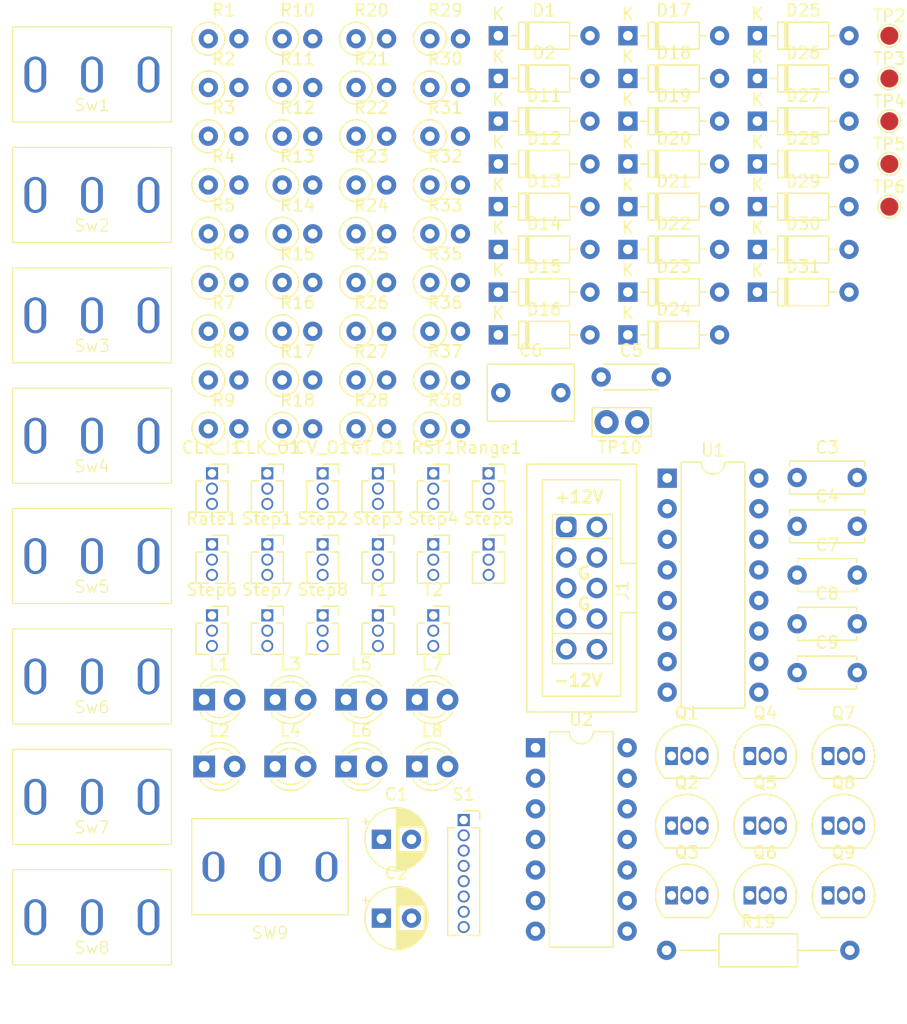
<source format=kicad_pcb>
(kicad_pcb (version 20221018) (generator pcbnew)
  (layers (0 "F.Cu" signal) (31 "B.Cu" signal) (34 "B.Paste" user) (35 "F.Paste" user) (36 "B.SilkS" user "B.Silkscreen") (37 "F.SilkS" user "F.Silkscreen") (38 "B.Mask" user) (39 "F.Mask" user) (44 "Edge.Cuts" user))
  (net 0 "")
  (net 1 "Earth")
  (net 2 "-12V")
  (net 3 "+12V")
  (net 4 "Net-(RST1-T)")
  (net 5 "Net-(D20-A)")
  (net 6 "Net-(U2A--)")
  (net 7 "Net-(CLK_I1-TN)")
  (net 8 "Net-(CLK_I1-T)")
  (net 9 "Net-(CLK_O1-T)")
  (net 11 "Net-(CV_O1-T)")
  (net 12 "/-12IN")
  (net 13 "Net-(D1-A)")
  (net 14 "Net-(D2-K)")
  (net 15 "/+12IN")
  (net 16 "Steps_CV_Out")
  (net 17 "Net-(D11-A)")
  (net 18 "Net-(D12-A)")
  (net 19 "Net-(D13-A)")
  (net 20 "Net-(D14-A)")
  (net 21 "Net-(D15-A)")
  (net 22 "Net-(D16-A)")
  (net 23 "Net-(D17-A)")
  (net 24 "Net-(D18-A)")
  (net 25 "Reset")
  (net 26 "Net-(D19-A)")
  (net 27 "Net-(D21-K)")
  (net 28 "Steps_Trig_Out")
  (net 29 "Net-(D22-A)")
  (net 30 "Net-(D23-A)")
  (net 31 "Net-(D24-A)")
  (net 32 "Net-(D25-A)")
  (net 33 "Net-(D26-A)")
  (net 34 "Net-(D27-A)")
  (net 35 "Net-(D28-A)")
  (net 36 "Net-(D29-A)")
  (net 37 "Clock")
  (net 38 "Net-(D30-A)")
  (net 39 "Net-(D31-K)")
  (net 40 "Net-(D31-A)")
  (net 41 "Net-(GT_O1-T)")
  (net 42 "Net-(L1-K)")
  (net 43 "Net-(L1-A)")
  (net 44 "Net-(L2-K)")
  (net 45 "Net-(L2-A)")
  (net 46 "Net-(L3-K)")
  (net 47 "Net-(L3-A)")
  (net 48 "Net-(L4-K)")
  (net 49 "Net-(L4-A)")
  (net 50 "Net-(L5-K)")
  (net 51 "Net-(L5-A)")
  (net 52 "Net-(L6-K)")
  (net 53 "Net-(L6-A)")
  (net 54 "Net-(L7-K)")
  (net 55 "Net-(L7-A)")
  (net 56 "Net-(L8-K)")
  (net 57 "Net-(L8-A)")
  (net 58 "Net-(Q1-B)")
  (net 59 "Net-(Q2-B)")
  (net 60 "Net-(Q3-B)")
  (net 61 "Net-(Q4-B)")
  (net 62 "Net-(Q5-B)")
  (net 63 "Net-(Q6-B)")
  (net 64 "Net-(Q7-B)")
  (net 65 "Net-(Q8-B)")
  (net 66 "Net-(Q9-E)")
  (net 67 "Step1")
  (net 68 "Step2")
  (net 69 "Step3")
  (net 70 "Step4")
  (net 71 "Step5")
  (net 72 "Step6")
  (net 73 "Step7")
  (net 74 "Step8")
  (net 75 "Net-(R19-Pad2)")
  (net 76 "Net-(U2D--)")
  (net 77 "Net-(U2A-+)")
  (net 78 "Net-(R25-Pad2)")
  (net 79 "Net-(U2C--)")
  (net 80 "Net-(SW9-C)")
  (net 81 "Net-(SW9-B)")
  (net 82 "Net-(R38-Pad2)")
  (net 83 "Net-(Range1-Pad1)")
  (net 84 "Net-(U2D-+)")
  (net 85 "Net-(Range1-Pad3)")
  (net 86 "Step9")
  (footprint "Diode_THT:D_DO-35_SOD27_P7.62mm_Horizontal" (layer "F.Cu") (at 102.165 49.47)
    (fp_text reference "D31" (at 3.81 -2.12) (layer "F.SilkS"))
    (fp_text value "1N4148")
    (fp_text user "K" (at 0 -1.8) (layer "F.SilkS"))
    (pad "1" thru_hole rect (at 0 0) (size 1.6 1.6) (drill 0.8) (layers "*.Cu" "*.Mask") (net 39 "Net-(D31-K)"))
    (pad "2" thru_hole oval (at 7.62 0) (size 1.6 1.6) (drill 0.8) (layers "*.Cu" "*.Mask") (net 40 "Net-(D31-A)"))
  )
  (footprint "Diode_THT:D_DO-35_SOD27_P7.62mm_Horizontal" (layer "F.Cu") (at 91.395 28.17)
    (fp_text reference "D17" (at 3.81 -2.12) (layer "F.SilkS"))
    (fp_text value "1N4148")
    (fp_text user "K" (at 0 -1.8) (layer "F.SilkS"))
    (pad "1" thru_hole rect (at 0 0) (size 1.6 1.6) (drill 0.8) (layers "*.Cu" "*.Mask") (net 16 "Steps_CV_Out"))
    (pad "2" thru_hole oval (at 7.62 0) (size 1.6 1.6) (drill 0.8) (layers "*.Cu" "*.Mask") (net 23 "Net-(D17-A)"))
  )
  (footprint "Diode_THT:D_DO-35_SOD27_P7.62mm_Horizontal" (layer "F.Cu") (at 91.395 53.02)
    (fp_text reference "D24" (at 3.81 -2.12) (layer "F.SilkS"))
    (fp_text value "1N4148")
    (fp_text user "K" (at 0 -1.8) (layer "F.SilkS"))
    (pad "1" thru_hole rect (at 0 0) (size 1.6 1.6) (drill 0.8) (layers "*.Cu" "*.Mask") (net 28 "Steps_Trig_Out"))
    (pad "2" thru_hole oval (at 7.62 0) (size 1.6 1.6) (drill 0.8) (layers "*.Cu" "*.Mask") (net 31 "Net-(D24-A)"))
  )
  (footprint "Diode_THT:D_DO-35_SOD27_P7.62mm_Horizontal" (layer "F.Cu") (at 80.625 31.72)
    (fp_text reference "D2" (at 3.81 -2.12) (layer "F.SilkS"))
    (fp_text value "1N5819")
    (fp_text user "K" (at 0 -1.8) (layer "F.SilkS"))
    (pad "1" thru_hole rect (at 0 0) (size 1.6 1.6) (drill 0.8) (layers "*.Cu" "*.Mask") (net 14 "Net-(D2-K)"))
    (pad "2" thru_hole oval (at 7.62 0) (size 1.6 1.6) (drill 0.8) (layers "*.Cu" "*.Mask") (net 15 "/+12IN"))
  )
  (footprint "Connector_PinSocket_1.27mm:PinSocket_1x03_P1.27mm_Vertical" (layer "F.Cu") (at 75.215 64.52)
    (fp_text reference "RST1" (at 0 -2.135) (layer "F.SilkS"))
    (fp_text value "3.5 Mono")
    (pad "1" thru_hole rect (at 0 0) (size 1 1) (drill 0.7) (layers "*.Cu" "*.Mask") (net 1 "Earth"))
    (pad "2" thru_hole oval (at 0 1.27) (size 1 1) (drill 0.7) (layers "*.Cu" "*.Mask") (net 1 "Earth"))
    (pad "3" thru_hole oval (at 0 2.54) (size 1 1) (drill 0.7) (layers "*.Cu" "*.Mask") (net 4 "Net-(RST1-T)"))
  )
  (footprint "TestPoint:TestPoint_Pad_D1.5mm" (layer "F.Cu") (at 113.135 35.27)
    (fp_text reference "TP4" (at 0 -1.648) (layer "F.SilkS"))
    (fp_text value "E")
    (pad "1" smd circle (at 0 0) (size 1.5 1.5) (layers "F.Cu" "F.Mask") (net 37 "Clock"))
  )
  (footprint "Resistor_THT:R_Axial_DIN0207_L6.3mm_D2.5mm_P2.54mm_Vertical" (layer "F.Cu") (at 68.795 56.77)
    (fp_text reference "R27" (at 1.27 -2.37) (layer "F.SilkS"))
    (fp_text value "100K")
    (pad "1" thru_hole circle (at 0 0) (size 1.6 1.6) (drill 0.8) (layers "*.Cu" "*.Mask") (net 28 "Steps_Trig_Out"))
    (pad "2" thru_hole oval (at 2.54 0) (size 1.6 1.6) (drill 0.8) (layers "*.Cu" "*.Mask") (net 38 "Net-(D30-A)"))
  )
  (footprint "Connector_PinSocket_1.27mm:PinSocket_1x03_P1.27mm_Vertical" (layer "F.Cu") (at 79.815 70.42)
    (fp_text reference "Step5" (at 0 -2.135) (layer "F.SilkS"))
    (fp_text value "100K")
    (pad "1" thru_hole rect (at 0 0) (size 1 1) (drill 0.7) (layers "*.Cu" "*.Mask") (net 71 "Step5"))
    (pad "2" thru_hole oval (at 0 1.27) (size 1 1) (drill 0.7) (layers "*.Cu" "*.Mask") (net 21 "Net-(D15-A)"))
    (pad "3" thru_hole oval (at 0 2.54) (size 1 1) (drill 0.7) (layers "*.Cu" "*.Mask") (net 1 "Earth"))
  )
  (footprint "Package_TO_SOT_THT:TO-92_Inline" (layer "F.Cu") (at 95.025 99.58)
    (fp_text reference "Q3" (at 1.27 -3.56) (layer "F.SilkS"))
    (fp_text value "2N3904")
    (pad "1" thru_hole rect (at 0 0) (size 1.05 1.5) (drill 0.75) (layers "*.Cu" "*.Mask") (net 1 "Earth"))
    (pad "2" thru_hole oval (at 1.27 0) (size 1.05 1.5) (drill 0.75) (layers "*.Cu" "*.Mask") (net 60 "Net-(Q3-B)"))
    (pad "3" thru_hole oval (at 2.54 0) (size 1.05 1.5) (drill 0.75) (layers "*.Cu" "*.Mask") (net 46 "Net-(L3-K)"))
  )
  (footprint "Resistor_THT:R_Axial_DIN0207_L6.3mm_D2.5mm_P2.54mm_Vertical" (layer "F.Cu") (at 74.935 40.57)
    (fp_text reference "R32" (at 1.27 -2.37) (layer "F.SilkS"))
    (fp_text value "47K")
    (pad "1" thru_hole circle (at 0 0) (size 1.6 1.6) (drill 0.8) (layers "*.Cu" "*.Mask") (net 1 "Earth"))
    (pad "2" thru_hole oval (at 2.54 0) (size 1.6 1.6) (drill 0.8) (layers "*.Cu" "*.Mask") (net 66 "Net-(Q9-E)"))
  )
  (footprint "Resistor_THT:R_Axial_DIN0207_L6.3mm_D2.5mm_P2.54mm_Vertical" (layer "F.Cu") (at 62.655 44.62)
    (fp_text reference "R14" (at 1.27 -2.37) (layer "F.SilkS"))
    (fp_text value "1K")
    (pad "1" thru_hole circle (at 0 0) (size 1.6 1.6) (drill 0.8) (layers "*.Cu" "*.Mask") (net 3 "+12V"))
    (pad "2" thru_hole oval (at 2.54 0) (size 1.6 1.6) (drill 0.8) (layers "*.Cu" "*.Mask") (net 57 "Net-(L8-A)"))
  )
  (footprint "LED_THT:LED_D3.0mm" (layer "F.Cu") (at 73.865 88.87)
    (fp_text reference "L8" (at 1.27 -2.96) (layer "F.SilkS"))
    (fp_text value "LED")
    (pad "1" thru_hole rect (at 0 0) (size 1.8 1.8) (drill 0.9) (layers "*.Cu" "*.Mask") (net 56 "Net-(L8-K)"))
    (pad "2" thru_hole circle (at 2.54 0) (size 1.8 1.8) (drill 0.9) (layers "*.Cu" "*.Mask") (net 57 "Net-(L8-A)"))
  )
  (footprint "My_Library:SPDT ON-ON sw" (layer "F.Cu") (at 46.84 91.395)
    (fp_text reference "Sw7" (at 0 2.54 unlocked) (layer "F.SilkS") (effects (font (thickness 0.1))))
    (fp_text value "SP,DT")
    (pad "1" thru_hole oval (at -4.711275 -0.000725) (size 1.8 3) (drill oval 1 2.5) (layers "*.Cu" "*.Mask") (net 30 "Net-(D23-A)"))
    (pad "2" thru_hole oval (at 0 0) (size 1.8 3) (drill oval 1 2.5) (layers "*.Cu" "*.Mask") (net 73 "Step7"))
    (pad "3" thru_hole oval (at 4.701666 0.00006) (size 1.8 3) (drill oval 1 2.5) (layers "*.Cu" "*.Mask") (net 1 "Earth"))
  )
  (footprint "Resistor_THT:R_Axial_DIN0207_L6.3mm_D2.5mm_P2.54mm_Vertical" (layer "F.Cu") (at 62.655 36.52)
    (fp_text reference "R12" (at 1.27 -2.37) (layer "F.SilkS"))
    (fp_text value "1K")
    (pad "1" thru_hole circle (at 0 0) (size 1.6 1.6) (drill 0.8) (layers "*.Cu" "*.Mask") (net 3 "+12V"))
    (pad "2" thru_hole oval (at 2.54 0) (size 1.6 1.6) (drill 0.8) (layers "*.Cu" "*.Mask") (net 53 "Net-(L6-A)"))
  )
  (footprint "Capacitor_THT:C_Rect_L7.0mm_W4.5mm_P5.00mm" (layer "F.Cu") (at 80.825 57.82)
    (fp_text reference "C6" (at 2.5 -3.5) (layer "F.SilkS"))
    (fp_text value "1uF")
    (pad "1" thru_hole circle (at 0 0) (size 1.6 1.6) (drill 0.8) (layers "*.Cu" "*.Mask") (net 1 "Earth"))
    (pad "2" thru_hole circle (at 5 0) (size 1.6 1.6) (drill 0.8) (layers "*.Cu" "*.Mask") (net 6 "Net-(U2A--)"))
  )
  (footprint "Connector_PinSocket_1.27mm:PinSocket_1x03_P1.27mm_Vertical" (layer "F.Cu") (at 70.615 64.52)
    (fp_text reference "GT_O1" (at 0 -2.135) (layer "F.SilkS"))
    (fp_text value "3.5 Mono")
    (pad "1" thru_hole rect (at 0 0) (size 1 1) (drill 0.7) (layers "*.Cu" "*.Mask") (net 1 "Earth"))
    (pad "2" thru_hole oval (at 0 1.27) (size 1 1) (drill 0.7) (layers "*.Cu" "*.Mask") (net 1 "Earth"))
    (pad "3" thru_hole oval (at 0 2.54) (size 1 1) (drill 0.7) (layers "*.Cu" "*.Mask") (net 41 "Net-(GT_O1-T)"))
  )
  (footprint "Connector_PinSocket_1.27mm:PinSocket_1x03_P1.27mm_Vertical" (layer "F.Cu") (at 75.215 70.42)
    (fp_text reference "Step4" (at 0 -2.135) (layer "F.SilkS"))
    (fp_text value "100K")
    (pad "1" thru_hole rect (at 0 0) (size 1 1) (drill 0.7) (layers "*.Cu" "*.Mask") (net 70 "Step4"))
    (pad "2" thru_hole oval (at 0 1.27) (size 1 1) (drill 0.7) (layers "*.Cu" "*.Mask") (net 20 "Net-(D14-A)"))
    (pad "3" thru_hole oval (at 0 2.54) (size 1 1) (drill 0.7) (layers "*.Cu" "*.Mask") (net 1 "Earth"))
  )
  (footprint "Resistor_THT:R_Axial_DIN0207_L6.3mm_D2.5mm_P2.54mm_Vertical" (layer "F.Cu") (at 74.935 44.62)
    (fp_text reference "R33" (at 1.27 -2.37) (layer "F.SilkS"))
    (fp_text value "1K")
    (pad "1" thru_hole circle (at 0 0) (size 1.6 1.6) (drill 0.8) (layers "*.Cu" "*.Mask") (net 37 "Clock"))
    (pad "2" thru_hole oval (at 2.54 0) (size 1.6 1.6) (drill 0.8) (layers "*.Cu" "*.Mask") (net 9 "Net-(CLK_O1-T)"))
  )
  (footprint "Resistor_THT:R_Axial_DIN0207_L6.3mm_D2.5mm_P2.54mm_Vertical" (layer "F.Cu") (at 56.515 52.72)
    (fp_text reference "R7" (at 1.27 -2.37) (layer "F.SilkS"))
    (fp_text value "1K")
    (pad "1" thru_hole circle (at 0 0) (size 1.6 1.6) (drill 0.8) (layers "*.Cu" "*.Mask") (net 3 "+12V"))
    (pad "2" thru_hole oval (at 2.54 0) (size 1.6 1.6) (drill 0.8) (layers "*.Cu" "*.Mask") (net 47 "Net-(L3-A)"))
  )
  (footprint "Resistor_THT:R_Axial_DIN0207_L6.3mm_D2.5mm_P2.54mm_Vertical" (layer "F.Cu") (at 68.795 32.47)
    (fp_text reference "R21" (at 1.27 -2.37) (layer "F.SilkS"))
    (fp_text value "100K")
    (pad "1" thru_hole circle (at 0 0) (size 1.6 1.6) (drill 0.8) (layers "*.Cu" "*.Mask") (net 1 "Earth"))
    (pad "2" thru_hole oval (at 2.54 0) (size 1.6 1.6) (drill 0.8) (layers "*.Cu" "*.Mask") (net 25 "Reset"))
  )
  (footprint "Diode_THT:D_DO-35_SOD27_P7.62mm_Horizontal" (layer "F.Cu") (at 102.165 28.17)
    (fp_text reference "D25" (at 3.81 -2.12) (layer "F.SilkS"))
    (fp_text value "1N4148")
    (fp_text user "K" (at 0 -1.8) (layer "F.SilkS"))
    (pad "1" thru_hole rect (at 0 0) (size 1.6 1.6) (drill 0.8) (layers "*.Cu" "*.Mask") (net 28 "Steps_Trig_Out"))
    (pad "2" thru_hole oval (at 7.62 0) (size 1.6 1.6) (drill 0.8) (layers "*.Cu" "*.Mask") (net 32 "Net-(D25-A)"))
  )
  (footprint "Connector_PinSocket_1.27mm:PinSocket_1x03_P1.27mm_Vertical" (layer "F.Cu") (at 70.615 76.32)
    (fp_text reference "T1" (at 0 -2.135) (layer "F.SilkS"))
    (fp_text value "10K")
    (pad "1" thru_hole rect (at 0 0) (size 1 1) (drill 0.7) (layers "*.Cu" "*.Mask") (net 75 "Net-(R19-Pad2)"))
    (pad "2" thru_hole oval (at 0 1.27) (size 1 1) (drill 0.7) (layers "*.Cu" "*.Mask") (net 83 "Net-(Range1-Pad1)"))
    (pad "3" thru_hole oval (at 0 2.54) (size 1 1) (drill 0.7) (layers "*.Cu" "*.Mask"))
  )
  (footprint "Connector_PinSocket_1.27mm:PinSocket_1x03_P1.27mm_Vertical" (layer "F.Cu") (at 79.815 64.52)
    (fp_text reference "Range1" (at 0 -2.135) (layer "F.SilkS"))
    (fp_text value "20K")
    (pad "1" thru_hole rect (at 0 0) (size 1 1) (drill 0.7) (layers "*.Cu" "*.Mask") (net 83 "Net-(Range1-Pad1)"))
    (pad "2" thru_hole oval (at 0 1.27) (size 1 1) (drill 0.7) (layers "*.Cu" "*.Mask") (net 84 "Net-(U2D-+)"))
    (pad "3" thru_hole oval (at 0 2.54) (size 1 1) (drill 0.7) (layers "*.Cu" "*.Mask") (net 85 "Net-(Range1-Pad3)"))
  )
  (footprint "Connector_PinSocket_1.27mm:PinSocket_1x03_P1.27mm_Vertical" (layer "F.Cu") (at 56.815 76.32)
    (fp_text reference "Step6" (at 0 -2.135) (layer "F.SilkS"))
    (fp_text value "100K")
    (pad "1" thru_hole rect (at 0 0) (size 1 1) (drill 0.7) (layers "*.Cu" "*.Mask") (net 72 "Step6"))
    (pad "2" thru_hole oval (at 0 1.27) (size 1 1) (drill 0.7) (layers "*.Cu" "*.Mask") (net 22 "Net-(D16-A)"))
    (pad "3" thru_hole oval (at 0 2.54) (size 1 1) (drill 0.7) (layers "*.Cu" "*.Mask") (net 1 "Earth"))
  )
  (footprint "Diode_THT:D_DO-35_SOD27_P7.62mm_Horizontal" (layer "F.Cu") (at 80.625 28.17)
    (fp_text reference "D1" (at 3.81 -2.12) (layer "F.SilkS"))
    (fp_text value "1N5819")
    (fp_text user "K" (at 0 -1.8) (layer "F.SilkS"))
    (pad "1" thru_hole rect (at 0 0) (size 1.6 1.6) (drill 0.8) (layers "*.Cu" "*.Mask") (net 12 "/-12IN"))
    (pad "2" thru_hole oval (at 7.62 0) (size 1.6 1.6) (drill 0.8) (layers "*.Cu" "*.Mask") (net 13 "Net-(D1-A)"))
  )
  (footprint "Connector_PinSocket_1.27mm:PinSocket_1x03_P1.27mm_Vertical" (layer "F.Cu") (at 56.815 64.52)
    (fp_text reference "CLK_I1" (at 0 -2.135) (layer "F.SilkS"))
    (fp_text value "3.5 Mono")
    (pad "1" thru_hole rect (at 0 0) (size 1 1) (drill 0.7) (layers "*.Cu" "*.Mask") (net 1 "Earth"))
    (pad "2" thru_hole oval (at 0 1.27) (size 1 1) (drill 0.7) (layers "*.Cu" "*.Mask") (net 7 "Net-(CLK_I1-TN)"))
    (pad "3" thru_hole oval (at 0 2.54) (size 1 1) (drill 0.7) (layers "*.Cu" "*.Mask") (net 8 "Net-(CLK_I1-T)"))
  )
  (footprint "Resistor_THT:R_Axial_DIN0207_L6.3mm_D2.5mm_P2.54mm_Vertical" (layer "F.Cu") (at 68.795 28.42)
    (fp_text reference "R20" (at 1.27 -2.37) (layer "F.SilkS"))
    (fp_text value "1K")
    (pad "1" thru_hole circle (at 0 0) (size 1.6 1.6) (drill 0.8) (layers "*.Cu" "*.Mask") (net 76 "Net-(U2D--)"))
    (pad "2" thru_hole oval (at 2.54 0) (size 1.6 1.6) (drill 0.8) (layers "*.Cu" "*.Mask") (net 11 "Net-(CV_O1-T)"))
  )
  (footprint "Diode_THT:D_DO-35_SOD27_P7.62mm_Horizontal" (layer "F.Cu") (at 80.625 53.02)
    (fp_text reference "D16" (at 3.81 -2.12) (layer "F.SilkS"))
    (fp_text value "1N4148")
    (fp_text user "K" (at 0 -1.8) (layer "F.SilkS"))
    (pad "1" thru_hole rect (at 0 0) (size 1.6 1.6) (drill 0.8) (layers "*.Cu" "*.Mask") (net 16 "Steps_CV_Out"))
    (pad "2" thru_hole oval (at 7.62 0) (size 1.6 1.6) (drill 0.8) (layers "*.Cu" "*.Mask") (net 22 "Net-(D16-A)"))
  )
  (footprint "TestPoint:TestPoint_Pad_D1.5mm" (layer "F.Cu") (at 113.135 38.82)
    (fp_text reference "TP5" (at 0 -1.648) (layer "F.SilkS"))
    (fp_text value "D")
    (pad "1" smd circle (at 0 0) (size 1.5 1.5) (layers "F.Cu" "F.Mask") (net 6 "Net-(U2A--)"))
  )
  (footprint "Resistor_THT:R_Axial_DIN0207_L6.3mm_D2.5mm_P2.54mm_Vertical" (layer "F.Cu") (at 62.655 32.47)
    (fp_text reference "R11" (at 1.27 -2.37) (layer "F.SilkS"))
    (fp_text value "1K")
    (pad "1" thru_hole circle (at 0 0) (size 1.6 1.6) (drill 0.8) (layers "*.Cu" "*.Mask") (net 3 "+12V"))
    (pad "2" thru_hole oval (at 2.54 0) (size 1.6 1.6) (drill 0.8) (layers "*.Cu" "*.Mask") (net 51 "Net-(L5-A)"))
  )
  (footprint "My_Library:SPDT ON-ON sw" (layer "F.Cu") (at 46.84 101.395)
    (fp_text reference "Sw8" (at 0 2.54 unlocked) (layer "F.SilkS") (effects (font (thickness 0.1))))
    (fp_text value "SP,DT")
    (pad "1" thru_hole oval (at -4.711275 -0.000725) (size 1.8 3) (drill oval 1 2.5) (layers "*.Cu" "*.Mask") (net 29 "Net-(D22-A)"))
    (pad "2" thru_hole oval (at 0 0) (size 1.8 3) (drill oval 1 2.5) (layers "*.Cu" "*.Mask") (net 74 "Step8"))
    (pad "3" thru_hole oval (at 4.701666 0.00006) (size 1.8 3) (drill oval 1 2.5) (layers "*.Cu" "*.Mask") (net 1 "Earth"))
  )
  (footprint "Resistor_THT:R_Axial_DIN0207_L6.3mm_D2.5mm_P2.54mm_Vertical" (layer "F.Cu") (at 56.515 28.42)
    (fp_text reference "R1" (at 1.27 -2.37) (layer "F.SilkS"))
    (fp_text value "10R")
    (pad "1" thru_hole circle (at 0 0) (size 1.6 1.6) (drill 0.8) (layers "*.Cu" "*.Mask") (net 13 "Net-(D1-A)"))
    (pad "2" thru_hole oval (at 2.54 0) (size 1.6 1.6) (drill 0.8) (layers "*.Cu" "*.Mask") (net 2 "-12V"))
  )
  (footprint "My_Library:SPDT ON-ON sw" (layer "F.Cu") (at 46.84 31.395)
    (fp_text reference "Sw1" (at 0 2.54 unlocked) (layer "F.SilkS") (effects (font (thickness 0.1))))
    (fp_text value "SP,DT")
    (pad "1" thru_hole oval (at -4.711275 -0.000725) (size 1.8 3) (drill oval 1 2.5) (layers "*.Cu" "*.Mask") (net 36 "Net-(D29-A)"))
    (pad "2" thru_hole oval (at 0 0) (size 1.8 3) (drill oval 1 2.5) (layers "*.Cu" "*.Mask") (net 67 "Step1"))
    (pad "3" thru_hole oval (at 4.701666 0.00006) (size 1.8 3) (drill oval 1 2.5) (layers "*.Cu" "*.Mask") (net 1 "Earth"))
  )
  (footprint "Resistor_THT:R_Axial_DIN0207_L6.3mm_D2.5mm_P2.54mm_Vertical" (layer "F.Cu") (at 56.515 32.47)
    (fp_text reference "R2" (at 1.27 -2.37) (layer "F.SilkS"))
    (fp_text value "10R")
    (pad "1" thru_hole circle (at 0 0) (size 1.6 1.6) (drill 0.8) (layers "*.Cu" "*.Mask") (net 14 "Net-(D2-K)"))
    (pad "2" thru_hole oval (at 2.54 0) (size 1.6 1.6) (drill 0.8) (layers "*.Cu" "*.Mask") (net 3 "+12V"))
  )
  (footprint "My_Library:SPDT ON-ON sw" (layer "F.Cu") (at 46.84 61.395)
    (fp_text reference "Sw4" (at 0 2.54 unlocked) (layer "F.SilkS") (effects (font (thickness 0.1))))
    (fp_text value "SP,DT")
    (pad "1" thru_hole oval (at -4.711275 -0.000725) (size 1.8 3) (drill oval 1 2.5) (layers "*.Cu" "*.Mask") (net 33 "Net-(D26-A)"))
    (pad "2" thru_hole oval (at 0 0) (size 1.8 3) (drill oval 1 2.5) (layers "*.Cu" "*.Mask") (net 70 "Step4"))
    (pad "3" thru_hole oval (at 4.701666 0.00006) (size 1.8 3) (drill oval 1 2.5) (layers "*.Cu" "*.Mask") (net 1 "Earth"))
  )
  (footprint "Resistor_THT:R_Axial_DIN0207_L6.3mm_D2.5mm_P2.54mm_Vertical" (layer "F.Cu") (at 62.655 56.77)
    (fp_text reference "R17" (at 1.27 -2.37) (layer "F.SilkS"))
    (fp_text value "100K")
    (pad "1" thru_hole circle (at 0 0) (size 1.6 1.6) (drill 0.8) (layers "*.Cu" "*.Mask") (net 73 "Step7"))
    (pad "2" thru_hole oval (at 2.54 0) (size 1.6 1.6) (drill 0.8) (layers "*.Cu" "*.Mask") (net 64 "Net-(Q7-B)"))
  )
  (footprint "Package_TO_SOT_THT:TO-92_Inline" (layer "F.Cu") (at 108.045 93.79)
    (fp_text reference "Q8" (at 1.27 -3.56) (layer "F.SilkS"))
    (fp_text value "2N3904")
    (pad "1" thru_hole rect (at 0 0) (size 1.05 1.5) (drill 0.75) (layers "*.Cu" "*.Mask") (net 1 "Earth"))
    (pad "2" thru_hole oval (at 1.27 0) (size 1.05 1.5) (drill 0.75) (layers "*.Cu" "*.Mask") (net 65 "Net-(Q8-B)"))
    (pad "3" thru_hole oval (at 2.54 0) (size 1.05 1.5) (drill 0.75) (layers "*.Cu" "*.Mask") (net 56 "Net-(L8-K)"))
  )
  (footprint "Capacitor_THT:CP_Radial_D5.0mm_P2.50mm" (layer "F.Cu") (at 70.904775 101.47)
    (fp_text reference "C2" (at 1.25 -3.75) (layer "F.SilkS"))
    (fp_text value "47uF")
    (pad "1" thru_hole rect (at 0 0) (size 1.6 1.6) (drill 0.8) (layers "*.Cu" "*.Mask") (net 3 "+12V"))
    (pad "2" thru_hole circle (at 2.5 0) (size 1.6 1.6) (drill 0.8) (layers "*.Cu" "*.Mask") (net 1 "Earth"))
  )
  (footprint "Diode_THT:D_DO-35_SOD27_P7.62mm_Horizontal" (layer "F.Cu") (at 91.395 49.47)
    (fp_text reference "D23" (at 3.81 -2.12) (layer "F.SilkS"))
    (fp_text value "1N4148")
    (fp_text user "K" (at 0 -1.8) (layer "F.SilkS"))
    (pad "1" thru_hole rect (at 0 0) (size 1.6 1.6) (drill 0.8) (layers "*.Cu" "*.Mask") (net 28 "Steps_Trig_Out"))
    (pad "2" thru_hole oval (at 7.62 0) (size 1.6 1.6) (drill 0.8) (layers "*.Cu" "*.Mask") (net 30 "Net-(D23-A)"))
  )
  (footprint "Resistor_THT:R_Axial_DIN0207_L6.3mm_D2.5mm_P2.54mm_Vertical" (layer "F.Cu") (at 68.795 52.72)
    (fp_text reference "R26" (at 1.27 -2.37) (layer "F.SilkS"))
    (fp_text value "100K")
    (pad "1" thru_hole circle (at 0 0) (size 1.6 1.6) (drill 0.8) (layers "*.Cu" "*.Mask") (net 27 "Net-(D21-K)"))
    (pad "2" thru_hole oval (at 2.54 0) (size 1.6 1.6) (drill 0.8) (layers "*.Cu" "*.Mask") (net 1 "Earth"))
  )
  (footprint "Package_TO_SOT_THT:TO-92_Inline" (layer "F.Cu") (at 101.535 99.58)
    (fp_text reference "Q6" (at 1.27 -3.56) (layer "F.SilkS"))
    (fp_text value "2N3904")
    (pad "1" thru_hole rect (at 0 0) (size 1.05 1.5) (drill 0.75) (layers "*.Cu" "*.Mask") (net 1 "Earth"))
    (pad "2" thru_hole oval (at 1.27 0) (size 1.05 1.5) (drill 0.75) (layers "*.Cu" "*.Mask") (net 63 "Net-(Q6-B)"))
    (pad "3" thru_hole oval (at 2.54 0) (size 1.05 1.5) (drill 0.75) (layers "*.Cu" "*.Mask") (net 52 "Net-(L6-K)"))
  )
  (footprint "My_Library:SPDT ON-ON sw" (layer "F.Cu") (at 46.84 81.395)
    (fp_text reference "Sw6" (at 0 2.54 unlocked) (layer "F.SilkS") (effects (font (thickness 0.1))))
    (fp_text value "SP,DT")
    (pad "1" thru_hole oval (at -4.711275 -0.000725) (size 1.8 3) (drill oval 1 2.5) (layers "*.Cu" "*.Mask") (net 31 "Net-(D24-A)"))
    (pad "2" thru_hole oval (at 0 0) (size 1.8 3) (drill oval 1 2.5) (layers "*.Cu" "*.Mask") (net 72 "Step6"))
    (pad "3" thru_hole oval (at 4.701666 0.00006) (size 1.8 3) (drill oval 1 2.5) (layers "*.Cu" "*.Mask") (net 1 "Earth"))
  )
  (footprint "Resistor_THT:R_Axial_DIN0207_L6.3mm_D2.5mm_P2.54mm_Vertical" (layer "F.Cu") (at 68.795 60.82)
    (fp_text reference "R28" (at 1.27 -2.37) (layer "F.SilkS"))
    (fp_text value "100K")
    (pad "1" thru_hole circle (at 0 0) (size 1.6 1.6) (drill 0.8) (layers "*.Cu" "*.Mask") (net 37 "Clock"))
    (pad "2" thru_hole oval (at 2.54 0) (size 1.6 1.6) (drill 0.8) (layers "*.Cu" "*.Mask") (net 1 "Earth"))
  )
  (footprint "Capacitor_THT:CP_Radial_D5.0mm_P2.50mm" (layer "F.Cu") (at 70.904775 94.92)
    (fp_text reference "C1" (at 1.25 -3.75) (layer "F.SilkS"))
    (fp_text value "47uF")
    (pad "1" thru_hole rect (at 0 0) (size 1.6 1.6) (drill 0.8) (layers "*.Cu" "*.Mask") (net 1 "Earth"))
    (pad "2" thru_hole circle (at 2.5 0) (size 1.6 1.6) (drill 0.8) (layers "*.Cu" "*.Mask") (net 2 "-12V"))
  )
  (footprint "Diode_THT:D_DO-35_SOD27_P7.62mm_Horizontal" (layer "F.Cu") (at 80.625 42.37)
    (fp_text reference "D13" (at 3.81 -2.12) (layer "F.SilkS"))
    (fp_text value "1N4148")
    (fp_text user "K" (at 0 -1.8) (layer "F.SilkS"))
    (pad "1" thru_hole rect (at 0 0) (size 1.6 1.6) (drill 0.8) (layers "*.Cu" "*.Mask") (net 16 "Steps_CV_Out"))
    (pad "2" thru_hole oval (at 7.62 0) (size 1.6 1.6) (drill 0.8) (layers "*.Cu" "*.Mask") (net 19 "Net-(D13-A)"))
  )
  (footprint "Connector_PinSocket_1.27mm:PinSocket_1x03_P1.27mm_Vertical" (layer "F.Cu") (at 56.815 70.42)
    (fp_text reference "Rate1" (at 0 -2.135) (layer "F.SilkS"))
    (fp_text value "250K")
    (pad "1" thru_hole rect (at 0 0) (size 1 1) (drill 0.7) (layers "*.Cu" "*.Mask") (net 78 "Net-(R25-Pad2)"))
    (pad "2" thru_hole oval (at 0 1.27) (size 1 1) (drill 0.7) (layers "*.Cu" "*.Mask") (net 7 "Net-(CLK_I1-TN)"))
    (pad "3" thru_hole oval (at 0 2.54) (size 1 1) (drill 0.7) (layers "*.Cu" "*.Mask") (net 7 "Net-(CLK_I1-TN)"))
  )
  (footprint "Resistor_THT:R_Axial_DIN0207_L6.3mm_D2.5mm_P2.54mm_Vertical" (layer "F.Cu") (at 56.515 56.77)
    (fp_text reference "R8" (at 1.27 -2.37) (layer "F.SilkS"))
    (fp_text value "1K")
    (pad "1" thru_hole circle (at 0 0) (size 1.6 1.6) (drill 0.8) (layers "*.Cu" "*.Mask") (net 3 "+12V"))
    (pad "2" thru_hole oval (at 2.54 0) (size 1.6 1.6) (drill 0.8) (layers "*.Cu" "*.Mask") (net 49 "Net-(L4-A)"))
  )
  (footprint "Resistor_THT:R_Axial_DIN0207_L6.3mm_D2.5mm_P2.54mm_Vertical" (layer "F.Cu") (at 68.795 44.62)
    (fp_text reference "R24" (at 1.27 -2.37) (layer "F.SilkS"))
    (fp_text value "100K")
    (pad "1" thru_hole circle (at 0 0) (size 1.6 1.6) (drill 0.8) (layers "*.Cu" "*.Mask") (net 7 "Net-(CLK_I1-TN)"))
    (pad "2" thru_hole oval (at 2.54 0) (size 1.6 1.6) (drill 0.8) (layers "*.Cu" "*.Mask") (net 77 "Net-(U2A-+)"))
  )
  (footprint "LED_THT:LED_D3.0mm" (layer "F.Cu") (at 62.065 83.32)
    (fp_text reference "L3" (at 1.27 -2.96) (layer "F.SilkS"))
    (fp_text value "LED")
    (pad "1" thru_hole rect (at 0 0) (size 1.8 1.8) (drill 0.9) (layers "*.Cu" "*.Mask") (net 46 "Net-(L3-K)"))
    (pad "2" thru_hole circle (at 2.54 0) (size 1.8 1.8) (drill 0.9) (layers "*.Cu" "*.Mask") (net 47 "Net-(L3-A)"))
  )
  (footprint "My_Library:SPDT ON-ON sw" (layer "F.Cu") (at 46.84 71.395)
    (fp_text reference "Sw5" (at 0 2.54 unlocked) (layer "F.SilkS") (effects (font (thickness 0.1))))
    (fp_text value "SP,DT")
    (pad "1" thru_hole oval (at -4.711275 -0.000725) (size 1.8 3) (drill oval 1 2.5) (layers "*.Cu" "*.Mask") (net 32 "Net-(D25-A)"))
    (pad "2" thru_hole oval (at 0 0) (size 1.8 3) (drill oval 1 2.5) (layers "*.Cu" "*.Mask") (net 71 "Step5"))
    (pad "3" thru_hole oval (at 4.701666 0.00006) (size 1.8 3) (drill oval 1 2.5) (layers "*.Cu" "*.Mask") (net 1 "Earth"))
  )
  (footprint "Package_TO_SOT_THT:TO-92_Inline" (layer "F.Cu") (at 101.535 93.79)
    (fp_text reference "Q5" (at 1.27 -3.56) (layer "F.SilkS"))
    (fp_text value "2N3904")
    (pad "1" thru_hole rect (at 0 0) (size 1.05 1.5) (drill 0.75) (layers "*.Cu" "*.Mask") (net 1 "Earth"))
    (pad "2" thru_hole oval (at 1.27 0) (size 1.05 1.5) (drill 0.75) (layers "*.Cu" "*.Mask") (net 62 "Net-(Q5-B)"))
    (pad "3" thru_hole oval (at 2.54 0) (size 1.05 1.5) (drill 0.75) (layers "*.Cu" "*.Mask") (net 50 "Net-(L5-K)"))
  )
  (footprint "Connector_PinSocket_1.27mm:PinSocket_1x03_P1.27mm_Vertical" (layer "F.Cu") (at 61.415 70.42)
    (fp_text reference "Step1" (at 0 -2.135) (layer "F.SilkS"))
    (fp_text value "100K")
    (pad "1" thru_hole rect (at 0 0) (size 1 1) (drill 0.7) (layers "*.Cu" "*.Mask") (net 67 "Step1"))
    (pad "2" thru_hole oval (at 0 1.27) (size 1 1) (drill 0.7) (layers "*.Cu" "*.Mask") (net 17 "Net-(D11-A)"))
    (pad "3" thru_hole oval (at 0 2.54) (size 1 1) (drill 0.7) (layers "*.Cu" "*.Mask") (net 1 "Earth"))
  )
  (footprint "Resistor_THT:R_Axial_DIN0207_L6.3mm_D2.5mm_P2.54mm_Vertical" (layer "F.Cu") (at 74.935 36.52)
    (fp_text reference "R31" (at 1.27 -2.37) (layer "F.SilkS"))
    (fp_text value "100K")
    (pad "1" thru_hole circle (at 0 0) (size 1.6 1.6) (drill 0.8) (layers "*.Cu" "*.Mask") (net 39 "Net-(D31-K)"))
    (pad "2" thru_hole oval (at 2.54 0) (size 1.6 1.6) (drill 0.8) (layers "*.Cu" "*.Mask") (net 1 "Earth"))
  )
  (footprint "Resistor_THT:R_Axial_DIN0207_L6.3mm_D2.5mm_P15.24mm_Horizontal" (layer "F.Cu") (at 94.615 104.14)
    (fp_text reference "R19" (at 7.62 -2.37) (layer "F.SilkS"))
    (fp_text value "30K")
    (pad "1" thru_hole circle (at 0 0) (size 1.6 1.6) (drill 0.8) (layers "*.Cu" "*.Mask") (net 16 "Steps_CV_Out"))
    (pad "2" thru_hole oval (at 15.24 0) (size 1.6 1.6) (drill 0.8) (layers "*.Cu" "*.Mask") (net 75 "Net-(R19-Pad2)"))
  )
  (footprint "Diode_THT:D_DO-35_SOD27_P7.62mm_Horizontal" (layer "F.Cu") (at 80.625 35.27)
    (fp_text reference "D11" (at 3.81 -2.12) (layer "F.SilkS"))
    (fp_text value "1N4148")
    (fp_text user "K" (at 0 -1.8) (layer "F.SilkS"))
    (pad "1" thru_hole rect (at 0 0) (size 1.6 1.6) (drill 0.8) (layers "*.Cu" "*.Mask") (net 16 "Steps_CV_Out"))
    (pad "2" thru_hole oval (at 7.62 0) (size 1.6 1.6) (drill 0.8) (layers "*.Cu" "*.Mask") (net 17 "Net-(D11-A)"))
  )
  (footprint "Diode_THT:D_DO-35_SOD27_P7.62mm_Horizontal" (layer "F.Cu") (at 102.165 45.92)
    (fp_text reference "D30" (at 3.81 -2.12) (layer "F.SilkS"))
    (fp_text value "1N4148")
    (fp_text user "K" (at 0 -1.8) (layer "F.SilkS"))
    (pad "1" thru_hole rect (at 0 0) (size 1.6 1.6) (drill 0.8) (layers "*.Cu" "*.Mask") (net 37 "Clock"))
    (pad "2" thru_hole oval (at 7.62 0) (size 1.6 1.6) (drill 0.8) (layers "*.Cu" "*.Mask") (net 38 "Net-(D30-A)"))
  )
  (footprint "Connector_PinSocket_1.27mm:PinSocket_1x03_P1.27mm_Vertical" (layer "F.Cu") (at 61.415 64.52)
    (fp_text reference "CLK_O1" (at 0 -2.135) (layer "F.SilkS"))
    (fp_text value "3.5 Mono")
    (pad "1" thru_hole rect (at 0 0) (size 1 1) (drill 0.7) (layers "*.Cu" "*.Mask") (net 1 "Earth"))
    (pad "2" thru_hole oval (at 0 1.27) (size 1 1) (drill 0.7) (layers "*.Cu" "*.Mask") (net 1 "Earth"))
    (pad "3" thru_hole oval (at 0 2.54) (size 1 1) (drill 0.7) (layers "*.Cu" "*.Mask") (net 9 "Net-(CLK_O1-T)"))
  )
  (footprint "Diode_THT:D_DO-35_SOD27_P7.62mm_Horizontal" (layer "F.Cu") (at 80.625 45.92)
    (fp_text reference "D14" (at 3.81 -2.12) (layer "F.SilkS"))
    (fp_text value "1N4148")
    (fp_text user "K" (at 0 -1.8) (layer "F.SilkS"))
    (pad "1" thru_hole rect (at 0 0) (size 1.6 1.6) (drill 0.8) (layers "*.Cu" "*.Mask") (net 16 "Steps_CV_Out"))
    (pad "2" thru_hole oval (at 7.62 0) (size 1.6 1.6) (drill 0.8) (layers "*.Cu" "*.Mask") (net 20 "Net-(D14-A)"))
  )
  (footprint "Resistor_THT:R_Axial_DIN0207_L6.3mm_D2.5mm_P2.54mm_Vertical" (layer "F.Cu") (at 56.515 36.52)
    (fp_text reference "R3" (at 1.27 -2.37) (layer "F.SilkS"))
    (fp_text value "1K")
    (pad "1" thru_hole circle (at 0 0) (size 1.6 1.6) (drill 0.8) (layers "*.Cu" "*.Mask") (net 3 "+12V"))
    (pad "2" thru_hole oval (at 2.54 0) (size 1.6 1.6) (drill 0.8) (layers "*.Cu" "*.Mask") (net 43 "Net-(L1-A)"))
  )
  (footprint "Resistor_THT:R_Axial_DIN0207_L6.3mm_D2.5mm_P2.54mm_Vertical" (layer "F.Cu") (at 56.515 44.62)
    (fp_text reference "R5" (at 1.27 -2.37) (layer "F.SilkS"))
    (fp_text value "1K")
    (pad "1" thru_hole circle (at 0 0) (size 1.6 1.6) (drill 0.8) (layers "*.Cu" "*.Mask") (net 3 "+12V"))
    (pad "2" thru_hole oval (at 2.54 0) (size 1.6 1.6) (drill 0.8) (layers "*.Cu" "*.Mask") (net 45 "Net-(L2-A)"))
  )
  (footprint "Diode_THT:D_DO-35_SOD27_P7.62mm_Horizontal" (layer "F.Cu") (at 102.165 42.37)
    (fp_text reference "D29" (at 3.81 -2.12) (layer "F.SilkS"))
    (fp_text value "1N4148")
    (fp_text user "K" (at 0 -1.8) (layer "F.SilkS"))
    (pad "1" thru_hole rect (at 0 0) (size 1.6 1.6) (drill 0.8) (layers "*.Cu" "*.Mask") (net 28 "Steps_Trig_Out"))
    (pad "2" thru_hole oval (at 7.62 0) (size 1.6 1.6) (drill 0.8) (layers "*.Cu" "*.Mask") (net 36 "Net-(D29-A)"))
  )
  (footprint "My_Library:SPDT ON-ON sw" (layer "F.Cu") (at 46.84 41.395)
    (fp_text reference "Sw2" (at 0 2.54 unlocked) (layer "F.SilkS") (effects (font (thickness 0.1))))
    (fp_text value "SP,DT")
    (pad "1" thru_hole oval (at -4.711275 -0.000725) (size 1.8 3) (drill oval 1 2.5) (layers "*.Cu" "*.Mask") (net 35 "Net-(D28-A)"))
    (pad "2" thru_hole oval (at 0 0) (size 1.8 3) (drill oval 1 2.5) (layers "*.Cu" "*.Mask") (net 68 "Step2"))
    (pad "3" thru_hole oval (at 4.701666 0.00006) (size 1.8 3) (drill oval 1 2.5) (layers "*.Cu" "*.Mask") (net 1 "Earth"))
  )
  (footprint "Diode_THT:D_DO-35_SOD27_P7.62mm_Horizontal" (layer "F.Cu") (at 91.395 31.72)
    (fp_text reference "D18" (at 3.81 -2.12) (layer "F.SilkS"))
    (fp_text value "1N4148")
    (fp_text user "K" (at 0 -1.8) (layer "F.SilkS"))
    (pad "1" thru_hole rect (at 0 0) (size 1.6 1.6) (drill 0.8) (layers "*.Cu" "*.Mask") (net 16 "Steps_CV_Out"))
    (pad "2" thru_hole oval (at 7.62 0) (size 1.6 1.6) (drill 0.8) (layers "*.Cu" "*.Mask") (net 24 "Net-(D18-A)"))
  )
  (footprint "Package_TO_SOT_THT:TO-92_Inline" (layer "F.Cu") (at 95.025 88)
    (fp_text reference "Q1" (at 1.27 -3.56) (layer "F.SilkS"))
    (fp_text value "2N3904")
    (pad "1" thru_hole rect (at 0 0) (size 1.05 1.5) (drill 0.75) (layers "*.Cu" "*.Mask") (net 1 "Earth"))
    (pad "2" thru_hole oval (at 1.27 0) (size 1.05 1.5) (drill 0.75) (layers "*.Cu" "*.Mask") (net 58 "Net-(Q1-B)"))
    (pad "3" thru_hole oval (at 2.54 0) (size 1.05 1.5) (drill 0.75) (layers "*.Cu" "*.Mask") (net 42 "Net-(L1-K)"))
  )
  (footprint "Capacitor_THT:C_Disc_D4.7mm_W2.5mm_P5.00mm" (layer "F.Cu") (at 105.465 72.97)
    (fp_text reference "C7" (at 2.5 -2.5) (layer "F.SilkS"))
    (fp_text value "0.1uF")
    (pad "1" thru_hole circle (at 0 0) (size 1.6 1.6) (drill 0.8) (layers "*.Cu" "*.Mask") (net 3 "+12V"))
    (pad "2" thru_hole circle (at 5 0) (size 1.6 1.6) (drill 0.8) (layers "*.Cu" "*.Mask") (net 1 "Earth"))
  )
  (footprint "Resistor_THT:R_Axial_DIN0207_L6.3mm_D2.5mm_P2.54mm_Vertical" (layer "F.Cu") (at 56.515 40.57)
    (fp_text reference "R4" (at 1.27 -2.37) (layer "F.SilkS"))
    (fp_text value "100K")
    (pad "1" thru_hole circle (at 0 0) (size 1.6 1.6) (drill 0.8) (layers "*.Cu" "*.Mask") (net 67 "Step1"))
    (pad "2" thru_hole oval (at 2.54 0) (size 1.6 1.6) (drill 0.8) (layers "*.Cu" "*.Mask") (net 58 "Net-(Q1-B)"))
  )
  (footprint "Capacitor_THT:C_Disc_D4.7mm_W2.5mm_P5.00mm" (layer "F.Cu") (at 105.465 77.02)
    (fp_text reference "C8" (at 2.5 -2.5) (layer "F.SilkS"))
    (fp_text value "0.1uF")
    (pad "1" thru_hole circle (at 0 0) (size 1.6 1.6) (drill 0.8) (layers "*.Cu" "*.Mask") (net 3 "+12V"))
    (pad "2" thru_hole circle (at 5 0) (size 1.6 1.6) (drill 0.8) (layers "*.Cu" "*.Mask") (net 1 "Earth"))
  )
  (footprint "Resistor_THT:R_Axial_DIN0207_L6.3mm_D2.5mm_P2.54mm_Vertical" (layer "F.Cu") (at 62.655 52.72)
    (fp_text reference "R16" (at 1.27 -2.37) (layer "F.SilkS"))
    (fp_text value "100K")
    (pad "1" thru_hole circle (at 0 0) (size 1.6 1.6) (drill 0.8) (layers "*.Cu" "*.Mask") (net 72 "Step6"))
    (pad "2" thru_hole oval (at 2.54 0) (size 1.6 1.6) (drill 0.8) (layers "*.Cu" "*.Mask") (net 63 "Net-(Q6-B)"))
  )
  (footprint "Diode_THT:D_DO-35_SOD27_P7.62mm_Horizontal" (layer "F.Cu") (at 80.625 38.82)
    (fp_text reference "D12" (at 3.81 -2.12) (layer "F.SilkS"))
    (fp_text value "1N4148")
    (fp_text user "K" (at 0 -1.8) (layer "F.SilkS"))
    (pad "1" thru_hole rect (at 0 0) (size 1.6 1.6) (drill 0.8) (layers "*.Cu" "*.Mask") (net 16 "Steps_CV_Out"))
    (pad "2" thru_hole oval (at 7.62 0) (size 1.6 1.6) (drill 0.8) (layers "*.Cu" "*.Mask") (net 18 "Net-(D12-A)"))
  )
  (footprint "Connector_PinSocket_1.27mm:PinSocket_1x03_P1.27mm_Vertical" (layer "F.Cu") (at 66.015 64.52)
    (fp_text reference "CV_O1" (at 0 -2.135) (layer "F.SilkS"))
    (fp_text value "CV")
    (pad "1" thru_hole rect (at 0 0) (size 1 1) (drill 0.7) (layers "*.Cu" "*.Mask") (net 1 "Earth"))
    (pad "2" thru_hole oval (at 0 1.27) (size 1 1) (drill 0.7) (layers "*.Cu" "*.Mask"))
    (pad "3" thru_hole oval (at 0 2.54) (size 1 1) (drill 0.7) (layers "*.Cu" "*.Mask") (net 11 "Net-(CV_O1-T)"))
  )
  (footprint "LED_THT:LED_D3.0mm" (layer "F.Cu") (at 73.865 83.32)
    (fp_text reference "L7" (at 1.27 -2.96) (layer "F.SilkS"))
    (fp_text value "LED")
    (pad "1" thru_hole rect (at 0 0) (size 1.8 1.8) (drill 0.9) (layers "*.Cu" "*.Mask") (net 54 "Net-(L7-K)"))
    (pad "2" thru_hole circle (at 2.54 0) (size 1.8 1.8) (drill 0.9) (layers "*.Cu" "*.Mask") (net 55 "Net-(L7-A)"))
  )
  (footprint "Resistor_THT:R_Axial_DIN0207_L6.3mm_D2.5mm_P2.54mm_Vertical" (layer "F.Cu") (at 74.935 48.67)
    (fp_text reference "R35" (at 1.27 -2.37) (layer "F.SilkS"))
    (fp_text value "200R")
    (pad "1" thru_hole circle (at 0 0) (size 1.6 1.6) (drill 0.8) (layers "*.Cu" "*.Mask") (net 66 "Net-(Q9-E)"))
    (pad "2" thru_hole oval (at 2.54 0) (size 1.6 1.6) (drill 0.8) (layers "*.Cu" "*.Mask") (net 41 "Net-(GT_O1-T)"))
  )
  (footprint "My_Library:Eurorack Power (IDC p=2.54)_Text" (layer "F.Cu") (at 87.115 68.97)
    (fp_text reference "J1" (at 3.81 5.28 270) (layer "F.SilkS"))
    (fp_text value "IDC 2x5")
    (fp_text user "-12V" (at -2 13.335 unlocked) (layer "F.SilkS") (effects (font (thickness 0.2) bold) (justify left bottom)))
    (fp_text user "G" (at 0 4.445 unlocked) (layer "F.SilkS") (effects (font (thickness 0.2) bold) (justify left bottom)))
    (fp_text user "+12V" (at -1.905 -1.905 unlocked) (layer "F.SilkS") (effects (font (thickness 0.2) bold) (justify left bottom)))
    (fp_text user "G" (at 0 6.985 unlocked) (layer "F.SilkS") (effects (font (thickness 0.2) bold) (justify left bottom)))
    (pad "1" thru_hole roundrect (at -0.84 0 180) (size 1.7 1.7) (drill 1) (layers "*.Cu" "*.Mask") (net 15 "/+12IN"))
    (pad "2" thru_hole circle (at 1.7 0 180) (size 1.7 1.7) (drill 1) (layers "*.Cu" "*.Mask") (net 15 "/+12IN"))
    (pad "3" thru_hole circle (at -0.84 2.54 180) (size 1.7 1.7) (drill 1) (layers "*.Cu" "*.Mask") (net 1 "Earth"))
    (pad "4" thru_hole circle (at 1.7 2.54 180) (size 1.7 1.7) (drill 1) (layers "*.Cu" "*.Mask") (net 1 "Earth"))
    (pad "5" thru_hole circle (at -0.84 5.08 180) (size 1.7 1.7) (drill 1) (layers "*.Cu" "*.Mask") (net 1 "Earth"))
    (pad "6" thru_hole circle (at 1.7 5.08 180) (size 1.7 1.7) (drill 1) (layers "*.Cu" "*.Mask") (net 1 "Earth"))
    (pad "7" thru_hole circle (at -0.84 7.62 180) (size 1.7 1.7) (drill 1) (layers "*.Cu" "*.Mask") (net 1 "Earth"))
    (pad "8" thru_hole circle (at 1.7 7.62 180) (size 1.7 1.7) (drill 1) (layers "*.Cu" "*.Mask") (net 1 "Earth"))
    (pad "9" thru_hole circle (at -0.84 10.16 180) (size 1.7 1.7) (drill 1) (layers "*.Cu" "*.Mask") (net 12 "/-12IN"))
    (pad "10" thru_hole circle (at 1.7 10.16 180) (size 1.7 1.7) (drill 1) (layers "*.Cu" "*.Mask") (net 12 "/-12IN"))
  )
  (footprint "Resistor_THT:R_Axial_DIN0207_L6.3mm_D2.5mm_P2.54mm_Vertical" (layer "F.Cu") (at 62.655 28.42)
    (fp_text reference "R10" (at 1.27 -2.37) (layer "F.SilkS"))
    (fp_text value "100K")
    (pad "1" thru_hole circle (at 0 0) (size 1.6 1.6) (drill 0.8) (layers "*.Cu" "*.Mask") (net 70 "Step4"))
    (pad "2" thru_hole oval (at 2.54 0) (size 1.6 1.6) (drill 0.8) (layers "*.Cu" "*.Mask") (net 61 "Net-(Q4-B)"))
  )
  (footprint "Resistor_THT:R_Axial_DIN0207_L6.3mm_D2.5mm_P2.54mm_Vertical" (layer "F.Cu") (at 74.935 32.47)
    (fp_text reference "R30" (at 1.27 -2.37) (layer "F.SilkS"))
    (fp_text value "100K")
    (pad "1" thru_hole circle (at 0 0) (size 1.6 1.6) (drill 0.8) (layers "*.Cu" "*.Mask") (net 79 "Net-(U2C--)"))
    (pad "2" thru_hole oval (at 2.54 0) (size 1.6 1.6) (drill 0.8) (layers "*.Cu" "*.Mask") (net 3 "+12V"))
  )
  (footprint "Resistor_THT:R_Axial_DIN0207_L6.3mm_D2.5mm_P2.54mm_Vertical" (layer "F.Cu") (at 62.655 40.57)
    (fp_text reference "R13" (at 1.27 -2.37) (layer "F.SilkS"))
    (fp_text value "1K")
    (pad "1" thru_hole circle (at 0 0) (size 1.6 1.6) (drill 0.8) (layers "*.Cu" "*.Mask") (net 3 "+12V"))
    (pad "2" thru_hole oval (at 2.54 0) (size 1.6 1.6) (drill 0.8) (layers "*.Cu" "*.Mask") (net 55 "Net-(L7-A)"))
  )
  (footprint "TestPoint:TestPoint_Pad_D1.5mm" (layer "F.Cu") (at 113.135 31.72)
    (fp_text reference "TP3" (at 0 -1.648) (layer "F.SilkS"))
    (fp_text value "E")
    (pad "1" smd circle (at 0 0) (size 1.5 1.5) (layers "F.Cu" "F.Mask") (net 28 "Steps_Trig_Out"))
  )
  (footprint "Connector_PinSocket_1.27mm:PinSocket_1x03_P1.27mm_Vertical" (layer "F.Cu") (at 75.215 76.32)
    (fp_text reference "T2" (at 0 -2.135) (layer "F.SilkS"))
    (fp_text value "2K")
    (pad "1" thru_hole rect (at 0 0) (size 1 1) (drill 0.7) (layers "*.Cu" "*.Mask") (net 85 "Net-(Range1-Pad3)"))
    (pad "2" thru_hole oval (at 0 1.27) (size 1 1) (drill 0.7) (layers "*.Cu" "*.Mask") (net 82 "Net-(R38-Pad2)"))
    (pad "3" thru_hole oval (at 0 2.54) (size 1 1) (drill 0.7) (layers "*.Cu" "*.Mask"))
  )
  (footprint "Diode_THT:D_DO-35_SOD27_P7.62mm_Horizontal" (layer "F.Cu") (at 102.165 35.27)
    (fp_text reference "D27" (at 3.81 -2.12) (layer "F.SilkS"))
    (fp_text value "1N4148")
    (fp_text user "K" (at 0 -1.8) (layer "F.SilkS"))
    (pad "1" thru_hole rect (at 0 0) (size 1.6 1.6) (drill 0.8) (layers "*.Cu" "*.Mask") (net 28 "Steps_Trig_Out"))
    (pad "2" thru_hole oval (at 7.62 0) (size 1.6 1.6) (drill 0.8) (layers "*.Cu" "*.Mask") (net 34 "Net-(D27-A)"))
  )
  (footprint "LED_THT:LED_D3.0mm" (layer "F.Cu") (at 62.065 88.87)
    (fp_text reference "L4" (at 1.27 -2.96) (layer "F.SilkS"))
    (fp_text value "LED")
    (pad "1" thru_hole rect (at 0 0) (size 1.8 1.8) (drill 0.9) (layers "*.Cu" "*.Mask") (net 48 "Net-(L4-K)"))
    (pad "2" thru_hole circle (at 2.54 0) (size 1.8 1.8) (drill 0.9) (layers "*.Cu" "*.Mask") (net 49 "Net-(L4-A)"))
  )
  (footprint "Capacitor_THT:C_Disc_D4.7mm_W2.5mm_P5.00mm" (layer "F.Cu") (at 105.465 81.07)
    (fp_text reference "C9" (at 2.5 -2.5) (layer "F.SilkS"))
    (fp_text value "0.1uF")
    (pad "1" thru_hole circle (at 0 0) (size 1.6 1.6) (drill 0.8) (layers "*.Cu" "*.Mask") (net 2 "-12V"))
    (pad "2" thru_hole circle (at 5 0) (size 1.6 1.6) (drill 0.8) (layers "*.Cu" "*.Mask") (net 1 "Earth"))
  )
  (footprint "Connector_PinSocket_1.27mm:PinSocket_1x03_P1.27mm_Vertical" (layer "F.Cu") (at 61.415 76.32)
    (fp_text reference "Step7" (at 0 -2.135) (layer "F.SilkS"))
    (fp_text value "100K")
    (pad "1" thru_hole rect (at 0 0) (size 1 1) (drill 0.7) (layers "*.Cu" "*.Mask") (net 73 "Step7"))
    (pad "2" thru_hole oval (at 0 1.27) (size 1 1) (drill 0.7) (layers "*.Cu" "*.Mask") (net 23 "Net-(D17-A)"))
    (pad "3" thru_hole oval (at 0 2.54) (size 1 1) (drill 0.7) (layers "*.Cu" "*.Mask") (net 1 "Earth"))
  )
  (footprint "Diode_THT:D_DO-35_SOD27_P7.62mm_Horizontal" (layer "F.Cu") (at 91.395 45.92)
    (fp_text reference "D22" (at 3.81 -2.12) (layer "F.SilkS"))
    (fp_text value "1N4148")
    (fp_text user "K" (at 0 -1.8) (layer "F.SilkS"))
    (pad "1" thru_hole rect (at 0 0) (size 1.6 1.6) (drill 0.8) (layers "*.Cu" "*.Mask") (net 28 "Steps_Trig_Out"))
    (pad "2" thru_hole oval (at 7.62 0) (size 1.6 1.6) (drill 0.8) (layers "*.Cu" "*.Mask") (net 29 "Net-(D22-A)"))
  )
  (footprint "Resistor_THT:R_Axial_DIN0207_L6.3mm_D2.5mm_P2.54mm_Vertical" (layer "F.Cu") (at 74.935 56.77)
    (fp_text reference "R37" (at 1.27 -2.37) (layer "F.SilkS"))
    (fp_text value "100K")
    (pad "1" thru_hole circle (at 0 0) (size 1.6 1.6) (drill 0.8) (layers "*.Cu" "*.Mask") (net 1 "Earth"))
    (pad "2" thru_hole oval (at 2.54 0) (size 1.6 1.6) (drill 0.8) (layers "*.Cu" "*.Mask") (net 81 "Net-(SW9-B)"))
  )
  (footprint "My_Library:SPDT_Momentary" (layer "F.Cu") (at 61.64 103.195)
    (fp_text reference "SW9" (at 0 -0.5 unlocked) (layer "F.SilkS") (effects (font (thickness 0.1))))
    (fp_text value "SW_Push_SPDT")
    (pad "1" thru_hole oval (at -4.7 -6) (size 1.8 2.5) (drill oval 0.9 2.1) (layers "*.Cu" "*.Mask") (net 1 "Earth"))
    (pad "2" thru_hole oval (at 0 -6) (size 1.8 2.5) (drill oval 0.9 2.1) (layers "*.Cu" "*.Mask") (net 81 "Net-(SW9-B)"))
    (pad "3" thru_hole oval (at 4.7 -6) (size 1.8 2.5) (drill oval 0.9 2.1) (layers "*.Cu" "*.Mask") (net 80 "Net-(SW9-C)"))
  )
  (footprint "Package_DIP:DIP-16_W7.62mm" (layer "F.Cu") (at 94.665 64.92)
    (fp_text reference "U1" (at 3.81 -2.33) (layer "F.SilkS"))
    (fp_text value "4017")
    (pad "1" thru_hole rect (at 0 0) (size 1.6 1.6) (drill 0.8) (layers "*.Cu" "*.Mask") (net 72 "Step6"))
    (pad "2" thru_hole oval (at 0 2.54) (size 1.6 1.6) (drill 0.8) (layers "*.Cu" "*.Mask") (net 68 "Step2"))
    (pad "3" thru_hole oval (at 0 5.08) (size 1.6 1.6) (drill 0.8) (layers "*.Cu" "*.Mask") (net 67 "Step1"))
    (pad "4" thru_hole oval (at 0 7.62) (size 1.6 1.6) (drill 0.8) (layers "*.Cu" "*.Mask") (net 69 "Step3"))
    (pad "5" thru_hole oval (at 0 10.16) (size 1.6 1.6) (drill 0.8) (layers "*.Cu" "*.Mask") (net 73 "Step7"))
    (pad "6" thru_hole oval (at 0 12.7) (size 1.6 1.6) (drill 0.8) (layers "*.Cu" "*.Mask") (net 74 "Step8"))
    (pad "7" thru_hole oval (at 0 15.24) (size 1.6 1.6) (drill 0.8) (layers "*.Cu" "*.Mask") (net 70 "Step4"))
    (pad "8" thru_hole oval (at 0 17.78) (size 1.6 1.6) (drill 0.8) (layers "*.Cu" "*.Mask") (net 1 "Earth"))
    (pad "9" thru_hole oval (at 7.62 17.78) (size 1.6 1.6) (drill 0.8) (layers "*.Cu" "*.Mask") (net 86 "Step9"))
    (pad "10" thru_hole oval (at 7.62 15.24) (size 1.6 1.6) (drill 0.8) (layers "*.Cu" "*.Mask") (net 71 "Step5"))
    (pad "11" thru_hole oval (at 7.62 12.7) (size 1.6 1.6) (drill 0.8) (layers "*.Cu" "*.Mask"))
    (pad "12" thru_hole oval (at 7.62 10.16) (size 1.6 1.6) (drill 0.8) (layers "*.Cu" "*.Mask"))
    (pad "13" thru_hole oval (at 7.62 7.62) (size 1.6 1.6) (drill 0.8) (layers "*.Cu" "*.Mask") (net 81 "Net-(SW9-B)"))
    (pad "14" thru_hole oval (at 7.62 5.08) (size 1.6 1.6) (drill 0.8) (layers "*.Cu" "*.Mask") (net 37 "Clock"))
    (pad "15" thru_hole oval (at 7.62 2.54) (size 1.6 1.6) (drill 0.8) (layers "*.Cu" "*.Mask") (net 25 "Reset"))
    (pad "16" thru_hole oval (at 7.62 0) (size 1.6 1.6) (drill 0.8) (layers "*.Cu" "*.Mask") (net 3 "+12V"))
  )
  (footprint "Diode_THT:D_DO-35_SOD27_P7.62mm_Horizontal" (layer "F.Cu") (at 91.395 35.27)
    (fp_text reference "D19" (at 3.81 -2.12) (layer "F.SilkS"))
    (fp_text value "1N4148")
    (fp_text user "K" (at 0 -1.8) (layer "F.SilkS"))
    (pad "1" thru_hole rect (at 0 0) (size 1.6 1.6) (drill 0.8) (layers "*.Cu" "*.Mask") (net 25 "Reset"))
    (pad "2" thru_hole oval (at 7.62 0) (size 1.6 1.6) (drill 0.8) (layers "*.Cu" "*.Mask") (net 26 "Net-(D19-A)"))
  )
  (footprint "Diode_THT:D_DO-35_SOD27_P7.62mm_Horizontal" (layer "F.Cu") (at 80.625 49.47)
    (fp_text reference "D15" (at 3.81 -2.12) (layer "F.SilkS"))
    (fp_text value "1N4148")
    (fp_text user "K" (at 0 -1.8) (layer "F.SilkS"))
    (pad "1" thru_hole rect (at 0 0) (size 1.6 1.6) (drill 0.8) (layers "*.Cu" "*.Mask") (net 16 "Steps_CV_Out"))
    (pad "2" thru_hole oval (at 7.62 0) (size 1.6 1.6) (drill 0.8) (layers "*.Cu" "*.Mask") (net 21 "Net-(D15-A)"))
  )
  (footprint "Diode_THT:D_DO-35_SOD27_P7.62mm_Horizontal" (layer "F.Cu") (at 91.395 42.37)
    (fp_text reference "D21" (at 3.81 -2.12) (layer "F.SilkS"))
    (fp_text value "1N4148")
    (fp_text user "K" (at 0 -1.8) (layer "F.SilkS"))
    (pad "1" thru_hole rect (at 0 0) (size 1.6 1.6) (drill 0.8) (layers "*.Cu" "*.Mask") (net 27 "Net-(D21-K)"))
    (pad "2" thru_hole oval (at 7.62 0) (size 1.6 1.6) (drill 0.8) (layers "*.Cu" "*.Mask") (net 8 "Net-(CLK_I1-T)"))
  )
  (footprint "LED_THT:LED_D3.0mm" (layer "F.Cu") (at 56.165 83.32)
    (fp_text reference "L1" (at 1.27 -2.96) (layer "F.SilkS"))
    (fp_text value "LED")
    (pad "1" thru_hole rect (at 0 0) (size 1.8 1.8) (drill 0.9) (layers "*.Cu" "*.Mask") (net 42 "Net-(L1-K)"))
    (pad "2" thru_hole circle (at 2.54 0) (size 1.8 1.8) (drill 0.9) (layers "*.Cu" "*.Mask") (net 43 "Net-(L1-A)"))
  )
  (footprint "Resistor_THT:R_Axial_DIN0207_L6.3mm_D2.5mm_P2.54mm_Vertical" (layer "F.Cu") (at 68.795 48.67)
    (fp_text reference "R25" (at 1.27 -2.37) (layer "F.SilkS"))
    (fp_text value "6K8")
    (pad "1" thru_hole circle (at 0 0) (size 1.6 1.6) (drill 0.8) (layers "*.Cu" "*.Mask") (net 6 "Net-(U2A--)"))
    (pad "2" thru_hole oval (at 2.54 0) (size 1.6 1.6) (drill 0.8) (layers "*.Cu" "*.Mask") (net 78 "Net-(R25-Pad2)"))
  )
  (footprint "Resistor_THT:R_Axial_DIN0207_L6.3mm_D2.5mm_P2.54mm_Vertical" (layer "F.Cu") (at 74.935 60.82)
    (fp_text reference "R38" (at 1.27 -2.37) (layer "F.SilkS"))
    (fp_text value "4K3")
    (pad "1" thru_hole circle (at 0 0) (size 1.6 1.6) (drill 0.8) (layers "*.Cu" "*.Mask") (net 1 "Earth"))
    (pad "2" thru_hole oval (at 2.54 0) (size 1.6 1.6) (drill 0.8) (layers "*.Cu" "*.Mask") (net 82 "Net-(R38-Pad2)"))
  )
  (footprint "Capacitor_THT:C_Disc_D6.0mm_W2.5mm_P5.00mm" (layer "F.Cu") (at 105.465 64.87)
    (fp_text reference "C3" (at 2.5 -2.5) (layer "F.SilkS"))
    (fp_text value "0.1uF")
    (pad "1" thru_hole circle (at 0 0) (size 1.6 1.6) (drill 0.8) (layers "*.Cu" "*.Mask") (net 2 "-12V"))
    (pad "2" thru_hole circle (at 5 0) (size 1.6 1.6) (drill 0.8) (layers "*.Cu" "*.Mask") (net 1 "Earth"))
  )
  (footprint "Capacitor_THT:C_Disc_D4.3mm_W1.9mm_P5.00mm" (layer "F.Cu") (at 89.175 56.52)
    (fp_text reference "C5" (at 2.5 -2.2) (layer "F.SilkS"))
    (fp_text value "1nF")
    (pad "1" thru_hole circle (at 0 0) (size 1.6 1.6) (drill 0.8) (layers "*.Cu" "*.Mask") (net 4 "Net-(RST1-T)"))
    (pad "2" thru_hole circle (at 5 0) (size 1.6 1.6) (drill 0.8) (layers "*.Cu" "*.Mask") (net 5 "Net-(D20-A)"))
  )
  (footprint "Diode_THT:D_DO-35_SOD27_P7.62mm_Horizontal" (layer "F.Cu") (at 102.165 31.72)
    (fp_text reference "D26" (at 3.81 -2.12) (layer "F.SilkS"))
    (fp_text value "1N4148")
    (fp_text user "K" (at 0 -1.8) (layer "F.SilkS"))
    (pad "1" thru_hole rect (at 0 0) (size 1.6 1.6) (drill 0.8) (layers "*.Cu" "*.Mask") (net 28 "Steps_Trig_Out"))
    (pad "2" thru_hole oval (at 7.62 0) (size 1.6 1.6) (drill 0.8) (layers "*.Cu" "*.Mask") (net 33 "Net-(D26-A)"))
  )
  (footprint "LED_THT:LED_D3.0mm" (layer "F.Cu") (at 56.165 88.87)
    (fp_text reference "L2" (at 1.27 -2.96) (layer "F.SilkS"))
    (fp_text value "LED")
    (pad "1" thru_hole rect (at 0 0) (size 1.8 1.8) (drill 0.9) (layers "*.Cu" "*.Mask") (net 44 "Net-(L2-K)"))
    (pad "2" thru_hole circle (at 2.54 0) (size 1.8 1.8) (drill 0.9) (layers "*.Cu" "*.Mask") (net 45 "Net-(L2-A)"))
  )
  (footprint "Connector_PinSocket_1.27mm:PinSocket_1x03_P1.27mm_Vertical" (layer "F.Cu") (at 66.015 76.32)
    (fp_text reference "Step8" (at 0 -2.135) (layer "F.SilkS"))
    (fp_text value "100K")
    (pad "1" thru_hole rect (at 0 0) (size 1 1) (drill 0.7) (layers "*.Cu" "*.Mask") (net 74 "Step8"))
    (pad "2" thru_hole oval (at 0 1.27) (size 1 1) (drill 0.7) (layers "*.Cu" "*.Mask") (net 24 "Net-(D18-A)"))
    (pad "3" thru_hole oval (at 0 2.54) (size 1 1) (drill 0.7) (layers "*.Cu" "*.Mask") (net 1 "Earth"))
  )
  (footprint "Connector_PinSocket_1.27mm:PinSocket_1x03_P1.27mm_Vertical" (layer "F.Cu") (at 66.015 70.42)
    (fp_text reference "Step2" (at 0 -2.135) (layer "F.SilkS"))
    (fp_text value "100K")
    (pad "1" thru_hole rect (at 0 0) (size 1 1) (drill 0.7) (layers "*.Cu" "*.Mask") (net 68 "Step2"))
    (pad "2" thru_hole oval (at 0 1.27) (size 1 1) (drill 0.7) (layers "*.Cu" "*.Mask") (net 18 "Net-(D12-A)"))
    (pad "3" thru_hole oval (at 0 2.54) (size 1 1) (drill 0.7) (layers "*.Cu" "*.Mask") (net 1 "Earth"))
  )
  (footprint "Package_TO_SOT_THT:TO-92_Inline" (layer "F.Cu") (at 108.045 88)
    (fp_text reference "Q7" (at 1.27 -3.56) (layer "F.SilkS"))
    (fp_text value "2N3904")
    (pad "1" thru_hole rect (at 0 0) (size 1.05 1.5) (drill 0.75) (layers "*.Cu" "*.Mask") (net 1 "Earth"))
    (pad "2" thru_hole oval (at 1.27 0) (size 1.05 1.5) (drill 0.75) (layers "*.Cu" "*.Mask") (net 64 "Net-(Q7-B)"))
    (pad "3" thru_hole oval (at 2.54 0) (size 1.05 1.5) (drill 0.75) (layers "*.Cu" "*.Mask") (net 54 "Net-(L7-K)"))
  )
  (footprint "Capacitor_THT:C_Disc_D6.0mm_W2.5mm_P5.00mm" (layer "F.Cu") (at 105.465 68.92)
    (fp_text reference "C4" (at 2.5 -2.5) (layer "F.SilkS"))
    (fp_text value "0.1uF")
    (pad "1" thru_hole circle (at 0 0) (size 1.6 1.6) (drill 0.8) (layers "*.Cu" "*.Mask") (net 1 "Earth"))
    (pad "2" thru_hole circle (at 5 0) (size 1.6 1.6) (drill 0.8) (layers "*.Cu" "*.Mask") (net 3 "+12V"))
  )
  (footprint "Connector_PinSocket_1.27mm:PinSocket_1x08_P1.27mm_Vertical" (layer "F.Cu") (at 77.745 93.32)
    (fp_text reference "S1" (at 0 -2.135) (layer "F.SilkS"))
    (fp_text value "SW_Rotary_1x8_MP")
    (pad "1" thru_hole rect (at 0 0) (size 1 1) (drill 0.7) (layers "*.Cu" "*.Mask") (net 68 "Step2"))
    (pad "2" thru_hole oval (at 0 1.27) (size 1 1) (drill 0.7) (layers "*.Cu" "*.Mask") (net 69 "Step3"))
    (pad "3" thru_hole oval (at 0 2.54) (size 1 1) (drill 0.7) (layers "*.Cu" "*.Mask") (net 70 "Step4"))
    (pad "4" thru_hole oval (at 0 3.81) (size 1 1) (drill 0.7) (layers "*.Cu" "*.Mask") (net 71 "Step5"))
    (pad "5" thru_hole oval (at 0 5.08) (size 1 1) (drill 0.7) (layers "*.Cu" "*.Mask") (net 72 "Step6"))
    (pad "6" thru_hole oval (at 0 6.35) (size 1 1) (drill 0.7) (layers "*.Cu" "*.Mask") (net 73 "Step7"))
    (pad "7" thru_hole oval (at 0 7.62) (size 1 1) (drill 0.7) (layers "*.Cu" "*.Mask") (net 74 "Step8"))
    (pad "8" thru_hole oval (at 0 8.89) (size 1 1) (drill 0.7) (layers "*.Cu" "*.Mask") (net 86 "Step9"))
  )
  (footprint "Diode_THT:D_DO-35_SOD27_P7.62mm_Horizontal" (layer "F.Cu") (at 102.165 38.82)
    (fp_text reference "D28" (at 3.81 -2.12) (layer "F.SilkS"))
    (fp_text value "1N4148")
    (fp_text user "K" (at 0 -1.8) (layer "F.SilkS"))
    (pad "1" thru_hole rect (at 0 0) (size 1.6 1.6) (drill 0.8) (layers "*.Cu" "*.Mask") (net 28 "Steps_Trig_Out"))
    (pad "2" thru_hole oval (at 7.62 0) (size 1.6 1.6) (drill 0.8) (layers "*.Cu" "*.Mask") (net 35 "Net-(D28-A)"))
  )
  (footprint "Resistor_THT:R_Axial_DIN0207_L6.3mm_D2.5mm_P2.54mm_Vertical" (layer "F.Cu") (at 56.515 48.67)
    (fp_text reference "R6" (at 1.27 -2.37) (layer "F.SilkS"))
    (fp_text value "100K")
    (pad "1" thru_hole circle (at 0 0) (size 1.6 1.6) (drill 0.8) (layers "*.Cu" "*.Mask") (net 68 "Step2"))
    (pad "2" thru_hole oval (at 2.54 0) (size 1.6 1.6) (drill 0.8) (layers "*.Cu" "*.Mask") (net 59 "Net-(Q2-B)"))
  )
  (footprint "Diode_THT:D_DO-35_SOD27_P7.62mm_Horizontal" (layer "F.Cu") (at 91.395 38.82)
    (fp_text reference "D20" (at 3.81 -2.12) (layer "F.SilkS"))
    (fp_text value "1N4148")
    (fp_text user "K" (at 0 -1.8) (layer "F.SilkS"))
    (pad "1" thru_hole rect (at 0 0) (size 1.6 1.6) (drill 0.8) (layers "*.Cu" "*.Mask") (net 25 "Reset"))
    (pad "2" thru_hole oval (at 7.62 0) (size 1.6 1.6) (drill 0.8) (layers "*.Cu" "*.Mask") (net 5 "Net-(D20-A)"))
  )
  (footprint "LED_THT:LED_D3.0mm" (layer "F.Cu") (at 67.965 83.32)
    (fp_text reference "L5" (at 1.27 -2.96) (layer "F.SilkS"))
    (fp_text value "LED")
    (pad "1" thru_hole rect (at 0 0) (size 1.8 1.8) (drill 0.9) (layers "*.Cu" "*.Mask") (net 50 "Net-(L5-K)"))
    (pad "2" thru_hole circle (at 2.54 0) (size 1.8 1.8) (drill 0.9) (layers "*.Cu" "*.Mask") (net 51 "Net-(L5-A)"))
  )
  (footprint "Package_TO_SOT_THT:TO-92_Inline" (layer "F.Cu") (at 95.025 93.79)
    (fp_text reference "Q2" (at 1.27 -3.56) (layer "F.SilkS"))
    (fp_text value "2N3904")
    (pad "1" thru_hole rect (at 0 0) (size 1.05 1.5) (drill 0.75) (layers "*.Cu" "*.Mask") (net 1 "Earth"))
    (pad "2" thru_hole oval (at 1.27 0) (size 1.05 1.5) (drill 0.75) (layers "*.Cu" "*.Mask") (net 59 "Net-(Q2-B)"))
    (pad "3" thru_hole oval (at 2.54 0) (size 1.05 1.5) (drill 0.75) (layers "*.Cu" "*.Mask") (net 44 "Net-(L2-K)"))
  )
  (footprint "TestPoint:TestPoint_Pad_D1.5mm" (layer "F.Cu") (at 113.135 42.37)
    (fp_text reference "TP6" (at 0 -1.648) (layer "F.SilkS"))
    (fp_text value "C")
    (pad "1" smd circle (at 0 0) (size 1.5 1.5) (layers "F.Cu" "F.Mask") (net 25 "Reset"))
  )
  (footprint "Resistor_THT:R_Axial_DIN0207_L6.3mm_D2.5mm_P2.54mm_Vertical" (layer "F.Cu") (at 68.795 40.57)
    (fp_text reference "R23" (at 1.27 -2.37) (layer "F.SilkS"))
    (fp_text value "100K")
    (pad "1" thru_hole circle (at 0 0) (size 1.6 1.6) (drill 0.8) (layers "*.Cu" "*.Mask") (net 1 "Earth"))
    (pad "2" thru_hole oval (at 2.54 0) (size 1.6 1.6) (drill 0.8) (layers "*.Cu" "*.Mask") (net 77 "Net-(U2A-+)"))
  )
  (footprint "My_Library:SPDT ON-ON sw" (layer "F.Cu") (at 46.84 51.395)
    (fp_text reference "Sw3" (at 0 2.54 unlocked) (layer "F.SilkS") (effects (font (thickness 0.1))))
    (fp_text value "SP,DT")
    (pad "1" thru_hole oval (at -4.711275 -0.000725) (size 1.8 3) (drill oval 1 2.5) (layers "*.Cu" "*.Mask") (net 34 "Net-(D27-A)"))
    (pad "2" thru_hole oval (at 0 0) (size 1.8 3) (drill oval 1 2.5) (layers "*.Cu" "*.Mask") (net 69 "Step3"))
    (pad "3" thru_hole oval (at 4.701666 0.00006) (size 1.8 3) (drill oval 1 2.5) (layers "*.Cu" "*.Mask") (net 1 "Earth"))
  )
  (footprint "Resistor_THT:R_Axial_DIN0207_L6.3mm_D2.5mm_P2.54mm_Vertical" (layer "F.Cu") (at 68.795 36.52)
    (fp_text reference "R22" (at 1.27 -2.37) (layer "F.SilkS"))
    (fp_text value "100K")
    (pad "1" thru_hole circle (at 0 0) (size 1.6 1.6) (drill 0.8) (layers "*.Cu" "*.Mask") (net 1 "Earth"))
    (pad "2" thru_hole oval (at 2.54 0) (size 1.6 1.6) (drill 0.8) (layers "*.Cu" "*.Mask") (net 5 "Net-(D20-A)"))
  )
  (footprint "Resistor_THT:R_Axial_DIN0207_L6.3mm_D2.5mm_P2.54mm_Vertical" (layer "F.Cu") (at 62.655 60.82)
    (fp_text reference "R18" (at 1.27 -2.37) (layer "F.SilkS"))
    (fp_text value "100K")
    (pad "1" thru_hole circle (at 0 0) (size 1.6 1.6) (drill 0.8) (layers "*.Cu" "*.Mask") (net 74 "Step8"))
    (pad "2" thru_hole oval (at 2.54 0) (size 1.6 1.6) (drill 0.8) (layers "*.Cu" "*.Mask") (net 65 "Net-(Q8-B)"))
  )
  (footprint "Resistor_THT:R_Axial_DIN0207_L6.3mm_D2.5mm_P2.54mm_Vertical" (layer "F.Cu") (at 56.515 60.82)
    (fp_text reference "R9" (at 1.27 -2.37) (layer "F.SilkS"))
    (fp_text value "100K")
    (pad "1" thru_hole circle (at 0 0) (size 1.6 1.6) (drill 0.8) (layers "*.Cu" "*.Mask") (net 69 "Step3"))
    (pad "2" thru_hole oval (at 2.54 0) (size 1.6 1.6) (drill 0.8) (layers "*.Cu" "*.Mask") (net 60 "Net-(Q3-B)"))
  )
  (footprint "Package_DIP:DIP-14_W7.62mm" (layer "F.Cu") (at 83.715 87.31)
    (fp_text reference "U2" (at 3.81 -2.33) (layer "F.SilkS"))
    (fp_text value "TL074")
    (pad "1" thru_hole rect (at 0 0) (size 1.6 1.6) (drill 0.8) (layers "*.Cu" "*.Mask") (net 7 "Net-(CLK_I1-TN)"))
    (pad "2" thru_hole oval (at 0 2.54) (size 1.6 1.6) (drill 0.8) (layers "*.Cu" "*.Mask") (net 6 "Net-(U2A--)"))
    (pad "3" thru_hole oval (at 0 5.08) (size 1.6 1.6) (drill 0.8) (layers "*.Cu" "*.Mask") (net 77 "Net-(U2A-+)"))
    (pad "4" thru_hole oval (at 0 7.62) (size 1.6 1.6) (drill 0.8) (layers "*.Cu" "*.Mask") (net 3 "+12V"))
    (pad "5" thru_hole oval (at 0 10.16) (size 1.6 1.6) (drill 0.8) (layers "*.Cu" "*.Mask") (net 27 "Net-(D21-K)"))
    (pad "6" thru_hole oval (at 0 12.7) (size 1.6 1.6) (drill 0.8) (layers "*.Cu" "*.Mask") (net 37 "Clock"))
    (pad "7" thru_hole oval (at 0 15.24) (size 1.6 1.6) (drill 0.8) (layers "*.Cu" "*.Mask") (net 37 "Clock"))
    (pad "8" thru_hole oval (at 7.62 15.24) (size 1.6 1.6) (drill 0.8) (layers "*.Cu" "*.Mask") (net 40 "Net-(D31-A)"))
    (pad "9" thru_hole oval (at 7.62 12.7) (size 1.6 1.6) (drill 0.8) (layers "*.Cu" "*.Mask") (net 79 "Net-(U2C--)"))
    (pad "10" thru_hole oval (at 7.62 10.16) (size 1.6 1.6) (drill 0.8) (layers "*.Cu" "*.Mask") (net 37 "Clock"))
    (pad "11" thru_hole oval (at 7.62 7.62) (size 1.6 1.6) (drill 0.8) (layers "*.Cu" "*.Mask") (net 2 "-12V"))
    (pad "12" thru_hole oval (at 7.62 5.08) (size 1.6 1.6) (drill 0.8) (layers "*.Cu" "*.Mask") (net 84 "Net-(U2D-+)"))
    (pad "13" thru_hole oval (at 7.62 2.54) (size 1.6 1.6) (drill 0.8) (layers "*.Cu" "*.Mask") (net 76 "Net-(U2D--)"))
    (pad "14" thru_hole oval (at 7.62 0) (size 1.6 1.6) (drill 0.8) (layers "*.Cu" "*.Mask") (net 76 "Net-(U2D--)"))
  )
  (footprint "Connector_PinSocket_1.27mm:PinSocket_1x03_P1.27mm_Vertical" (layer "F.Cu") (at 70.615 70.42)
    (fp_text reference "Step3" (at 0 -2.135) (layer "F.SilkS"))
    (fp_text value "100K")
    (pad "1" thru_hole rect (at 0 0) (size 1 1) (drill 0.7) (layers "*.Cu" "*.Mask") (net 69 "Step3"))
    (pad "2" thru_hole oval (at 0 1.27) (size 1 1) (drill 0.7) (layers "*.Cu" "*.Mask") (net 19 "Net-(D13-A)"))
    (pad "3" thru_hole oval (at 0 2.54) (size 1 1) (drill 0.7) (layers "*.Cu" "*.Mask") (net 1 "Earth"))
  )
  (footprint "Package_TO_SOT_THT:TO-92_Inline" (layer "F.Cu") (at 101.535 88)
    (fp_text reference "Q4" (at 1.27 -3.56) (layer "F.SilkS"))
    (fp_text value "2N3904")
    (pad "1" thru_hole rect (at 0 0) (size 1.05 1.5) (drill 0.75) (layers "*.Cu" "*.Mask") (net 1 "Earth"))
    (pad "2" thru_hole oval (at 1.27 0) (size 1.05 1.5) (drill 0.75) (layers "*.Cu" "*.Mask") (net 61 "Net-(Q4-B)"))
    (pad "3" thru_hole oval (at 2.54 0) (size 1.05 1.5) (drill 0.75) (layers "*.Cu" "*.Mask") (net 48 "Net-(L4-K)"))
  )
  (footprint "Resistor_THT:R_Axial_DIN0207_L6.3mm_D2.5mm_P2.54mm_Vertical" (layer "F.Cu") (at 62.655 48.67)
    (fp_text reference "R15" (at 1.27 -2.37) (layer "F.SilkS"))
    (fp_text value "100K")
    (pad "1" thru_hole circle (at 0 0) (size 1.6 1.6) (drill 0.8) (layers "*.Cu" "*.Mask") (net 71 "Step5"))
    (pad "2" thru_hole oval (at 2.54 0) (size 1.6 1.6) (drill 0.8) (layers "*.Cu" "*.Mask") (net 62 "Net-(Q5-B)"))
  )
  (footprint "Resistor_THT:R_Axial_DIN0207_L6.3mm_D2.5mm_P2.54mm_Vertical" (layer "F.Cu") (at 74.935 28.42)
    (fp_text reference "R29" (at 1.27 -2.37) (layer "F.SilkS"))
    (fp_text value "47K")
    (pad "1" thru_hole circle (at 0 0) (size 1.6 1.6) (drill 0.8) (layers "*.Cu" "*.Mask") (net 1 "Earth"))
    (pad "2" thru_hole oval (at 2.54 0) (size 1.6 1.6) (drill 0.8) (layers "*.Cu" "*.Mask") (net 79 "Net-(U2C--)"))
  )
  (footprint "Package_TO_SOT_THT:TO-92_Inline" (layer "F.Cu") (at 108.045 99.58)
    (fp_text reference "Q9" (at 1.27 -3.56) (layer "F.SilkS"))
    (fp_text value "BC548")
    (pad "1" thru_hole rect (at 0 0) (size 1.05 1.5) (drill 0.75) (layers "*.Cu" "*.Mask") (net 3 "+12V"))
    (pad "2" thru_hole oval (at 1.27 0) (size 1.05 1.5) (drill 0.75) (layers "*.Cu" "*.Mask") (net 39 "Net-(D31-K)"))
    (pad "3" thru_hole oval (at 2.54 0) (size 1.05 1.5) (drill 0.75) (layers "*.Cu" "*.Mask") (net 66 "Net-(Q9-E)"))
  )
  (footprint "TestPoint:TestPoint_Bridge_Pitch2.54mm_Drill1.0mm" (layer "F.Cu") (at 89.625 60.27)
    (fp_text reference "TP10" (at 1.1 2.1) (layer "F.SilkS"))
    (fp_text value "GRD")
    (pad "1" thru_hole circle (at 0 0) (size 2 2) (drill 1) (layers "*.Cu" "*.Mask") (net 1 "Earth"))
    (pad "1" thru_hole circle (at 2.54 0) (size 2 2) (drill 1) (layers "*.Cu" "*.Mask") (net 1 "Earth"))
  )
  (footprint "Resistor_THT:R_Axial_DIN0207_L6.3mm_D2.5mm_P2.54mm_Vertical" (layer "F.Cu") (at 74.935 52.72)
    (fp_text reference "R36" (at 1.27 -2.37) (layer "F.SilkS"))
    (fp_text value "68k")
    (pad "1" thru_hole circle (at 0 0) (size 1.6 1.6) (drill 0.8) (layers "*.Cu" "*.Mask") (net 3 "+12V"))
    (pad "2" thru_hole oval (at 2.54 0) (size 1.6 1.6) (drill 0.8) (layers "*.Cu" "*.Mask") (net 80 "Net-(SW9-C)"))
  )
  (footprint "LED_THT:LED_D3.0mm" (layer "F.Cu") (at 67.965 88.87)
    (fp_text reference "L6" (at 1.27 -2.96) (layer "F.SilkS"))
    (fp_text value "LED")
    (pad "1" thru_hole rect (at 0 0) (size 1.8 1.8) (drill 0.9) (layers "*.Cu" "*.Mask") (net 52 "Net-(L6-K)"))
    (pad "2" thru_hole circle (at 2.54 0) (size 1.8 1.8) (drill 0.9) (layers "*.Cu" "*.Mask") (net 53 "Net-(L6-A)"))
  )
  (footprint "TestPoint:TestPoint_Pad_D1.5mm" (layer "F.Cu") (at 113.135 28.17)
    (fp_text reference "TP2" (at 0 -1.648) (layer "F.SilkS"))
    (fp_text value "B")
    (pad "1" smd circle (at 0 0) (size 1.5 1.5) (layers "F.Cu" "F.Mask") (net 84 "Net-(U2D-+)"))
  )
)
</source>
